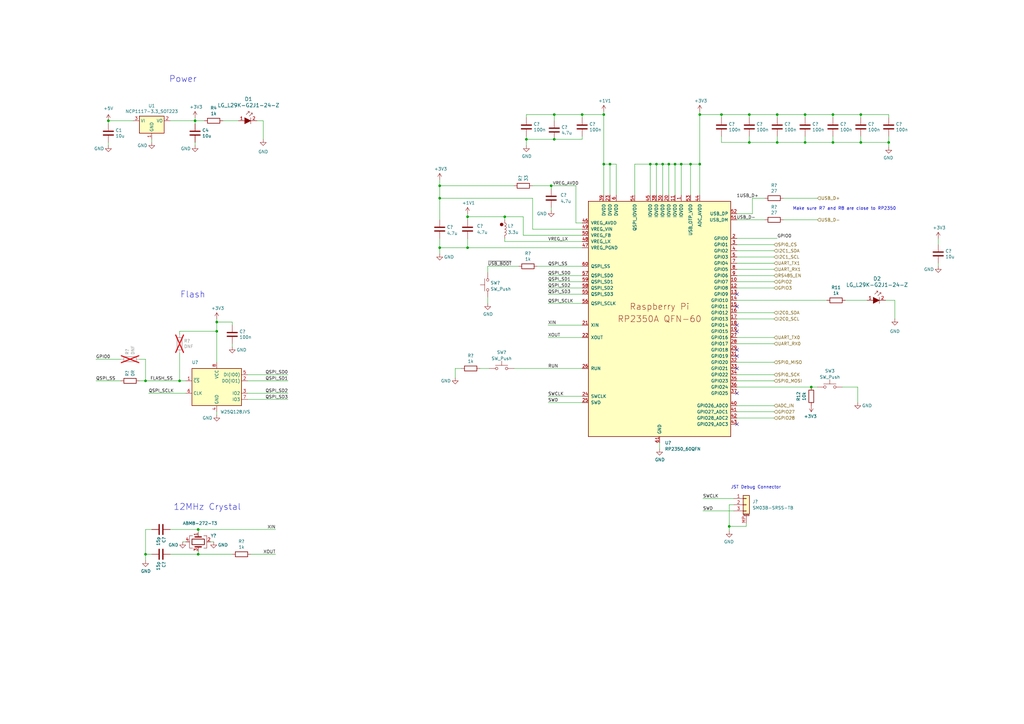
<source format=kicad_sch>
(kicad_sch (version 20231120) (generator "eeschema") (generator_version "8.0")
  (paper "A3")
  (title_block (title "RP2350A QFN-60 ") (date "2024-11-19") (rev "REV1") (company "HİDRO ELEKTRONİK"))
  (lib_symbols
    (symbol "Connector_Generic_MountingPin:Conn_01x03_MountingPin" (pin_names (offset 1.016) hide)
      (property "Reference" "J" (at 0 5.08 0))
      (property "Value" "Conn_01x03_MountingPin" (at 1.27 -5.08 0))
      (symbol "Conn_01x03_MountingPin_1_1"
        (rectangle (start -1.27 -2.413) (end 0 -2.667) (stroke (width 0.1524)))
        (rectangle (start -1.27 0.127) (end 0 -0.127) (stroke (width 0.1524)))
        (rectangle (start -1.27 2.667) (end 0 2.413) (stroke (width 0.1524)))
        (rectangle (start -1.27 3.81) (end 1.27 -3.81) (stroke (width 0.254)) (fill (type background)))
        (polyline (pts (xy -1.016 -4.572) (xy 1.016 -4.572)) (stroke (width 0.1524)))
        (text "Mounting" (at 0 -4.191 0) (effects (font (size 0.381 0.381))))
        (pin passive line (at -5.08 2.54 0) (length 3.81) (name "Pin_1") (number "1"))
        (pin passive line (at -5.08 0 0) (length 3.81) (name "Pin_2") (number "2"))
        (pin passive line (at -5.08 -2.54 0) (length 3.81) (name "Pin_3") (number "3"))
        (pin passive line (at 0 -7.62 90) (length 3.048) (name "MountPin") (number "MP"))
      )
    )
    (symbol "Device:C" (pin_numbers hide) (pin_names (offset 0.254))
      (property "Reference" "C" (at 0.635 2.54 0))
      (property "Value" "C" (at 0.635 -2.54 0))
      (symbol "C_0_1"
        (polyline (pts (xy -2.032 -0.762) (xy 2.032 -0.762)) (stroke (width 0.508)))
        (polyline (pts (xy -2.032 0.762) (xy 2.032 0.762)) (stroke (width 0.508)))
      )
      (symbol "C_1_1"
        (pin passive line (at 0 3.81 270) (length 2.794) (name "~") (number "1"))
        (pin passive line (at 0 -3.81 90) (length 2.794) (name "~") (number "2"))
      )
    )
    (symbol "Device:Crystal_GND24" (pin_names (offset 1.016) hide)
      (property "Reference" "Y" (at 3.175 5.08 0))
      (property "Value" "Crystal_GND24" (at 3.175 3.175 0))
      (symbol "Crystal_GND24_0_1"
        (rectangle (start -1.143 2.54) (end 1.143 -2.54) (stroke (width 0.3048)))
        (polyline (pts (xy -2.54 0) (xy -2.032 0)))
        (polyline (pts (xy -2.032 -1.27) (xy -2.032 1.27)) (stroke (width 0.508)))
        (polyline (pts (xy 0 -3.81) (xy 0 -3.556)))
        (polyline (pts (xy 0 3.556) (xy 0 3.81)))
        (polyline (pts (xy 2.032 -1.27) (xy 2.032 1.27)) (stroke (width 0.508)))
        (polyline (pts (xy 2.032 0) (xy 2.54 0)))
        (polyline (pts (xy -2.54 -2.286) (xy -2.54 -3.556) (xy 2.54 -3.556) (xy 2.54 -2.286)))
        (polyline (pts (xy -2.54 2.286) (xy -2.54 3.556) (xy 2.54 3.556) (xy 2.54 2.286)))
      )
      (symbol "Crystal_GND24_1_1"
        (pin passive line (at -3.81 0 0) (length 1.27) (name "1") (number "1"))
        (pin passive line (at 0 5.08 270) (length 1.27) (name "2") (number "2"))
        (pin passive line (at 3.81 0 180) (length 1.27) (name "3") (number "3"))
        (pin passive line (at 0 -5.08 90) (length 1.27) (name "4") (number "4"))
      )
    )
    (symbol "Device:L" (pin_numbers hide) (pin_names (offset 1.016) hide)
      (property "Reference" "L" (at -1.27 0 90))
      (property "Value" "L" (at 1.905 0 90))
      (symbol "L_0_1"
        (arc (start 0 -2.54) (mid 0.6323 -1.905) (end 0 -1.27))
        (arc (start 0 -1.27) (mid 0.6323 -0.635) (end 0 0))
        (arc (start 0 0) (mid 0.6323 0.635) (end 0 1.27))
        (arc (start 0 1.27) (mid 0.6323 1.905) (end 0 2.54))
      )
      (symbol "L_1_1"
        (pin passive line (at 0 3.81 270) (length 1.27) (name "1") (number "1"))
        (pin passive line (at 0 -3.81 90) (length 1.27) (name "2") (number "2"))
      )
    )
    (symbol "Device:R" (pin_numbers hide) (pin_names (offset 0))
      (property "Reference" "R" (at 2.032 0 90))
      (property "Value" "R" (at 0 0 90))
      (symbol "R_0_1"
        (rectangle (start -1.016 -2.54) (end 1.016 2.54) (stroke (width 0.254)))
      )
      (symbol "R_1_1"
        (pin passive line (at 0 3.81 270) (length 1.27) (name "~") (number "1"))
        (pin passive line (at 0 -3.81 90) (length 1.27) (name "~") (number "2"))
      )
    )
    (symbol "GND_2" (power) (pin_numbers hide) (pin_names (offset 0) hide)
      (property "Value" "GND" (at 0 -3.81 0))
      (symbol "GND_2_0_1"
        (polyline (pts (xy 0 0) (xy 0 -1.27) (xy 1.27 -1.27) (xy 0 -2.54) (xy -1.27 -1.27) (xy 0 -1.27)))
      )
      (symbol "GND_2_1_1"
        (pin power_in line (at 0 0 270) (length 0) (name "~") (number "1"))
      )
    )
    (symbol "MCU_RaspberryPi_RP2350:RP2350_60QFN" (pin_names (offset 1.016))
      (property "Reference" "U" (at -29.21 49.53 0))
      (property "Value" "RP2350_60QFN" (at 24.13 -49.53 0))
      (symbol "RP2350_60QFN_0_0"
        (text "Raspberry Pi" (at 0 5.08 0) (effects (font (size 2.54 2.54))))
      )
      (symbol "RP2350_60QFN_0_1"
        (rectangle (start 29.21 48.26) (end -29.21 -48.26) (stroke (width 0.254)) (fill (type background)))
      )
      (symbol "RP2350_60QFN_1_0"
        (text "RP2350A QFN-60" (at 0 0 0) (effects (font (size 2.54 2.54))))
      )
      (symbol "RP2350_60QFN_1_1"
        (pin power_in line (at 8.89 50.8 270) (length 2.54) (name "IOVDD") (number "1"))
        (pin bidirectional line (at 31.75 15.24 180) (length 2.54) (name "GPIO7") (number "10"))
        (pin power_in line (at 6.35 50.8 270) (length 2.54) (name "IOVDD") (number "11"))
        (pin bidirectional line (at 31.75 12.7 180) (length 2.54) (name "GPIO8") (number "12"))
        (pin bidirectional line (at 31.75 10.16 180) (length 2.54) (name "GPIO9") (number "13"))
        (pin bidirectional line (at 31.75 7.62 180) (length 2.54) (name "GPIO10") (number "14"))
        (pin bidirectional line (at 31.75 5.08 180) (length 2.54) (name "GPIO11") (number "15"))
        (pin bidirectional line (at 31.75 2.54 180) (length 2.54) (name "GPIO12") (number "16"))
        (pin bidirectional line (at 31.75 0 180) (length 2.54) (name "GPIO13") (number "17"))
        (pin bidirectional line (at 31.75 -2.54 180) (length 2.54) (name "GPIO14") (number "18"))
        (pin bidirectional line (at 31.75 -5.08 180) (length 2.54) (name "GPIO15") (number "19"))
        (pin bidirectional line (at 31.75 33.02 180) (length 2.54) (name "GPIO0") (number "2"))
        (pin power_in line (at 3.81 50.8 270) (length 2.54) (name "IOVDD") (number "20"))
        (pin input line (at -31.75 -2.54 0) (length 2.54) (name "XIN") (number "21"))
        (pin passive line (at -31.75 -7.62 0) (length 2.54) (name "XOUT") (number "22"))
        (pin power_in line (at -20.32 50.8 270) (length 2.54) (name "DVDD") (number "23"))
        (pin output line (at -31.75 -31.75 0) (length 2.54) (name "SWCLK") (number "24"))
        (pin bidirectional line (at -31.75 -34.29 0) (length 2.54) (name "SWD") (number "25"))
        (pin input line (at -31.75 -20.32 0) (length 2.54) (name "RUN") (number "26"))
        (pin bidirectional line (at 31.75 -7.62 180) (length 2.54) (name "GPIO16") (number "27"))
        (pin bidirectional line (at 31.75 -10.16 180) (length 2.54) (name "GPIO17") (number "28"))
        (pin bidirectional line (at 31.75 -12.7 180) (length 2.54) (name "GPIO18") (number "29"))
        (pin bidirectional line (at 31.75 30.48 180) (length 2.54) (name "GPIO1") (number "3"))
        (pin power_in line (at 1.27 50.8 270) (length 2.54) (name "IOVDD") (number "30"))
        (pin bidirectional line (at 31.75 -15.24 180) (length 2.54) (name "GPIO19") (number "31"))
        (pin bidirectional line (at 31.75 -17.78 180) (length 2.54) (name "GPIO20") (number "32"))
        (pin bidirectional line (at 31.75 -20.32 180) (length 2.54) (name "GPIO21") (number "33"))
        (pin bidirectional line (at 31.75 -22.86 180) (length 2.54) (name "GPIO22") (number "34"))
        (pin bidirectional line (at 31.75 -25.4 180) (length 2.54) (name "GPIO23") (number "35"))
        (pin bidirectional line (at 31.75 -27.94 180) (length 2.54) (name "GPIO24") (number "36"))
        (pin bidirectional line (at 31.75 -30.48 180) (length 2.54) (name "GPIO25") (number "37"))
        (pin power_in line (at -1.27 50.8 270) (length 2.54) (name "IOVDD") (number "38"))
        (pin power_in line (at -22.86 50.8 270) (length 2.54) (name "DVDD") (number "39"))
        (pin bidirectional line (at 31.75 27.94 180) (length 2.54) (name "GPIO2") (number "4"))
        (pin bidirectional line (at 31.75 -35.56 180) (length 2.54) (name "GPIO26_ADC0") (number "40"))
        (pin bidirectional line (at 31.75 -38.1 180) (length 2.54) (name "GPIO27_ADC1") (number "41"))
        (pin bidirectional line (at 31.75 -40.64 180) (length 2.54) (name "GPIO28_ADC2") (number "42"))
        (pin bidirectional line (at 31.75 -43.18 180) (length 2.54) (name "GPIO29_ADC3") (number "43"))
        (pin power_in line (at 16.51 50.8 270) (length 2.54) (name "ADC_AVDD") (number "44"))
        (pin power_in line (at -3.81 50.8 270) (length 2.54) (name "IOVDD") (number "45"))
        (pin power_in line (at -31.75 39.37 0) (length 2.54) (name "VREG_AVDD") (number "46"))
        (pin power_in line (at -31.75 29.21 0) (length 2.54) (name "VREG_PGND") (number "47"))
        (pin power_out line (at -31.75 31.75 0) (length 2.54) (name "VREG_LX") (number "48"))
        (pin power_in line (at -31.75 36.83 0) (length 2.54) (name "VREG_VIN") (number "49"))
        (pin bidirectional line (at 31.75 25.4 180) (length 2.54) (name "GPIO3") (number "5"))
        (pin input line (at -31.75 34.29 0) (length 2.54) (name "VREG_FB") (number "50"))
        (pin bidirectional line (at 31.75 40.64 180) (length 2.54) (name "USB_DM") (number "51"))
        (pin bidirectional line (at 31.75 43.18 180) (length 2.54) (name "USB_DP") (number "52"))
        (pin power_in line (at 12.7 50.8 270) (length 2.54) (name "USB_OTP_VDD") (number "53"))
        (pin power_in line (at -10.16 50.8 270) (length 2.54) (name "QSPI_IOVDD") (number "54"))
        (pin bidirectional line (at -31.75 10.16 0) (length 2.54) (name "QSPI_SD3") (number "55"))
        (pin output line (at -31.75 6.35 0) (length 2.54) (name "QSPI_SCLK") (number "56"))
        (pin bidirectional line (at -31.75 17.78 0) (length 2.54) (name "QSPI_SD0") (number "57"))
        (pin bidirectional line (at -31.75 12.7 0) (length 2.54) (name "QSPI_SD2") (number "58"))
        (pin bidirectional line (at -31.75 15.24 0) (length 2.54) (name "QSPI_SD1") (number "59"))
        (pin power_in line (at -17.78 50.8 270) (length 2.54) (name "DVDD") (number "6"))
        (pin bidirectional line (at -31.75 21.59 0) (length 2.54) (name "QSPI_SS") (number "60"))
        (pin power_in line (at 0 -50.8 90) (length 2.54) (name "GND") (number "61"))
        (pin bidirectional line (at 31.75 22.86 180) (length 2.54) (name "GPIO4") (number "7"))
        (pin bidirectional line (at 31.75 20.32 180) (length 2.54) (name "GPIO5") (number "8"))
        (pin bidirectional line (at 31.75 17.78 180) (length 2.54) (name "GPIO6") (number "9"))
      )
    )
    (symbol "Memory_Flash:W25Q128JVS"
      (property "Reference" "U" (at -8.89 8.89 0))
      (property "Value" "W25Q128JVS" (at 7.62 8.89 0))
      (symbol "W25Q128JVS_0_1"
        (rectangle (start -10.16 7.62) (end 10.16 -7.62) (stroke (width 0.254)) (fill (type background)))
      )
      (symbol "W25Q128JVS_1_1"
        (pin input line (at -12.7 2.54 0) (length 2.54) (name "~{CS}") (number "1"))
        (pin bidirectional line (at 12.7 2.54 180) (length 2.54) (name "DO(IO1)") (number "2"))
        (pin bidirectional line (at 12.7 -2.54 180) (length 2.54) (name "IO2") (number "3"))
        (pin power_in line (at 0 -10.16 90) (length 2.54) (name "GND") (number "4"))
        (pin bidirectional line (at 12.7 5.08 180) (length 2.54) (name "DI(IO0)") (number "5"))
        (pin input line (at -12.7 -2.54 0) (length 2.54) (name "CLK") (number "6"))
        (pin bidirectional line (at 12.7 -5.08 180) (length 2.54) (name "IO3") (number "7"))
        (pin power_in line (at 0 10.16 270) (length 2.54) (name "VCC") (number "8"))
      )
    )
    (symbol "Regulator_Linear:NCP1117-3.3_SOT223"
      (property "Reference" "U" (at -3.81 3.175 0))
      (property "Value" "NCP1117-3.3_SOT223" (at 0 3.175 0))
      (symbol "NCP1117-3.3_SOT223_0_1"
        (rectangle (start -5.08 -5.08) (end 5.08 1.905) (stroke (width 0.254)) (fill (type background)))
      )
      (symbol "NCP1117-3.3_SOT223_1_1"
        (pin power_in line (at 0 -7.62 90) (length 2.54) (name "GND") (number "1"))
        (pin power_out line (at 7.62 0 180) (length 2.54) (name "VO") (number "2"))
        (pin power_in line (at -7.62 0 0) (length 2.54) (name "VI") (number "3"))
      )
    )
    (symbol "Switch:SW_Push" (pin_numbers hide) (pin_names (offset 1.016) hide)
      (property "Reference" "SW" (at 1.27 2.54 0))
      (property "Value" "SW_Push" (at 0 -1.524 0))
      (symbol "SW_Push_0_1"
        (circle (center -2.032 0) (radius 0.508))
        (polyline (pts (xy 0 1.27) (xy 0 3.048)))
        (polyline (pts (xy 2.54 1.27) (xy -2.54 1.27)))
        (circle (center 2.032 0) (radius 0.508))
        (pin passive line (at -5.08 0 0) (length 2.54) (name "1") (number "1"))
        (pin passive line (at 5.08 0 180) (length 2.54) (name "2") (number "2"))
      )
    )
    (symbol "dk_LED-Indication-Discrete:LG_L29K-G2J1-24-Z" (pin_names (offset 0))
      (property "Reference" "D" (at -5.08 3.81 0))
      (property "Value" "LG_L29K-G2J1-24-Z" (at 0 -3.81 0))
      (symbol "LG_L29K-G2J1-24-Z_0_1"
        (polyline (pts (xy -0.635 3.81) (xy -1.905 2.54)))
        (polyline (pts (xy 0 1.27) (xy 0 -1.27)))
        (polyline (pts (xy 0.635 3.175) (xy -0.635 1.905)))
        (polyline (pts (xy -1.27 3.81) (xy -0.635 3.81) (xy -0.635 3.175)))
        (polyline (pts (xy 0 3.175) (xy 0.635 3.175) (xy 0.635 2.54)))
        (polyline (pts (xy -2.54 1.27) (xy -2.54 -1.27) (xy 0 0) (xy -2.54 1.27)) (fill (type outline)))
      )
      (symbol "LG_L29K-G2J1-24-Z_1_1"
        (pin passive line (at -5.08 0 0) (length 2.54) (name "~") (number "1"))
        (pin passive line (at 2.54 0 180) (length 2.54) (name "~") (number "2"))
      )
    )
    (symbol "power:+1V1" (power) (pin_names (offset 0))
      (property "Value" "+1V1" (at 0 3.556 0))
      (symbol "+1V1_0_1"
        (polyline (pts (xy -0.762 1.27) (xy 0 2.54)))
        (polyline (pts (xy 0 0) (xy 0 2.54)))
        (polyline (pts (xy 0 2.54) (xy 0.762 1.27)))
      )
      (symbol "+1V1_1_1"
        (pin power_in line (at 0 0 90) (length 0) hide (name "+1V1") (number "1"))
      )
    )
    (symbol "power:+3V3" (power) (pin_names (offset 0))
      (property "Value" "+3V3" (at 0 3.556 0))
      (symbol "+3V3_0_1"
        (polyline (pts (xy -0.762 1.27) (xy 0 2.54)))
        (polyline (pts (xy 0 0) (xy 0 2.54)))
        (polyline (pts (xy 0 2.54) (xy 0.762 1.27)))
      )
      (symbol "+3V3_1_1"
        (pin power_in line (at 0 0 90) (length 0) hide (name "+3V3") (number "1"))
      )
    )
    (symbol "power:+5V" (power) (pin_numbers hide) (pin_names (offset 0) hide)
      (property "Value" "+5V" (at 0 3.556 0))
      (symbol "+5V_0_1"
        (polyline (pts (xy -0.762 1.27) (xy 0 2.54)))
        (polyline (pts (xy 0 0) (xy 0 2.54)))
        (polyline (pts (xy 0 2.54) (xy 0.762 1.27)))
      )
      (symbol "+5V_1_1"
        (pin power_in line (at 0 0 90) (length 0) (name "~") (number "1"))
      )
    )
    (symbol "power:GND" (power) (pin_names (offset 0))
      (property "Value" "GND" (at 0 -3.81 0))
      (symbol "GND_0_1"
        (polyline (pts (xy 0 0) (xy 0 -1.27) (xy 1.27 -1.27) (xy 0 -2.54) (xy -1.27 -1.27) (xy 0 -1.27)))
      )
      (symbol "GND_1_1"
        (pin power_in line (at 0 0 270) (length 0) hide (name "GND") (number "1"))
      )
    )
  )
  (junction (at 299.085 215.9))
  (junction (at 330.2 46.99))
  (junction (at 226.06 76.2))
  (junction (at 191.77 88.9))
  (junction (at 266.7 67.31))
  (junction (at 353.06 58.42))
  (junction (at 247.65 67.31))
  (junction (at 80.01 49.53))
  (junction (at 227.33 57.15))
  (junction (at 287.02 46.99))
  (junction (at 332.74 158.75))
  (junction (at 269.24 67.31))
  (junction (at 81.28 217.17))
  (junction (at 207.01 88.9))
  (junction (at 191.77 101.6))
  (junction (at 295.91 46.99))
  (junction (at 283.21 67.31))
  (junction (at 59.69 227.33))
  (junction (at 227.33 46.99))
  (junction (at 279.4 67.31))
  (junction (at 341.63 58.42))
  (junction (at 364.49 58.42))
  (junction (at 318.77 58.42))
  (junction (at 276.86 67.31))
  (junction (at 88.9 132.08))
  (junction (at 271.78 67.31))
  (junction (at 247.65 46.99))
  (junction (at 88.9 135.89))
  (junction (at 180.34 101.6))
  (junction (at 353.06 46.99))
  (junction (at 330.2 58.42))
  (junction (at 341.63 46.99))
  (junction (at 238.76 46.99))
  (junction (at 44.45 49.53))
  (junction (at 307.34 46.99))
  (junction (at 81.28 227.33))
  (junction (at 307.34 58.42))
  (junction (at 287.02 67.31))
  (junction (at 180.34 76.2))
  (junction (at 250.19 67.31))
  (junction (at 318.77 46.99))
  (junction (at 73.66 156.21))
  (junction (at 59.69 156.21))
  (junction (at 274.32 67.31))
  (junction (at 180.34 81.28))
  (junction (at 215.9 57.15))
  (no_connect (at 302.26 135.89))
  (no_connect (at 302.26 125.73))
  (no_connect (at 302.26 133.35))
  (no_connect (at 302.26 120.65))
  (no_connect (at 302.26 173.99))
  (no_connect (at 302.26 146.05))
  (no_connect (at 302.26 161.29))
  (no_connect (at 302.26 143.51))
  (no_connect (at 302.26 151.13))
  (wire (pts (xy 302.26 113.03) (xy 317.5 113.03)))
  (wire (pts (xy 226.06 86.36) (xy 226.06 85.09)))
  (wire (pts (xy 39.37 147.32) (xy 49.53 147.32)))
  (wire (pts (xy 218.44 81.28) (xy 218.44 93.98)))
  (wire (pts (xy 299.085 207.01) (xy 299.085 215.9)))
  (wire (pts (xy 227.33 46.99) (xy 238.76 46.99)))
  (wire (pts (xy 81.28 218.44) (xy 81.28 217.17)))
  (wire (pts (xy 307.34 48.26) (xy 307.34 46.99)))
  (wire (pts (xy 307.34 55.88) (xy 307.34 58.42)))
  (wire (pts (xy 236.22 76.2) (xy 236.22 91.44)))
  (wire (pts (xy 279.4 67.31) (xy 283.21 67.31)))
  (wire (pts (xy 318.77 97.79) (xy 302.26 97.79)))
  (wire (pts (xy 227.33 49.53) (xy 227.33 46.99)))
  (wire (pts (xy 238.76 124.46) (xy 224.79 124.46)))
  (wire (pts (xy 80.01 49.53) (xy 80.01 48.26)))
  (wire (pts (xy 227.33 57.15) (xy 238.76 57.15)))
  (wire (pts (xy 215.9 55.88) (xy 215.9 57.15)))
  (wire (pts (xy 226.06 76.2) (xy 236.22 76.2)))
  (wire (pts (xy 302.26 168.91) (xy 317.5 168.91)))
  (wire (pts (xy 318.77 48.26) (xy 318.77 46.99)))
  (wire (pts (xy 200.025 109.22) (xy 200.025 111.76)))
  (wire (pts (xy 238.76 162.56) (xy 224.79 162.56)))
  (wire (pts (xy 180.34 76.2) (xy 180.34 81.28)))
  (wire (pts (xy 236.22 91.44) (xy 238.76 91.44)))
  (wire (pts (xy 295.91 48.26) (xy 295.91 46.99)))
  (wire (pts (xy 81.28 227.33) (xy 95.25 227.33)))
  (wire (pts (xy 295.91 55.88) (xy 295.91 58.42)))
  (wire (pts (xy 180.34 81.28) (xy 218.44 81.28)))
  (wire (pts (xy 180.34 81.28) (xy 180.34 90.17)))
  (wire (pts (xy 59.69 227.33) (xy 59.69 229.87)))
  (wire (pts (xy 54.61 49.53) (xy 44.45 49.53)))
  (wire (pts (xy 271.78 80.01) (xy 271.78 67.31)))
  (wire (pts (xy 302.26 118.11) (xy 317.5 118.11)))
  (wire (pts (xy 260.35 80.01) (xy 260.35 67.31)))
  (wire (pts (xy 69.85 49.53) (xy 80.01 49.53)))
  (wire (pts (xy 60.96 161.29) (xy 76.2 161.29)))
  (wire (pts (xy 88.9 130.81) (xy 88.9 132.08)))
  (wire (pts (xy 59.69 217.17) (xy 59.69 227.33)))
  (wire (pts (xy 283.21 67.31) (xy 287.02 67.31)))
  (wire (pts (xy 330.2 46.99) (xy 341.63 46.99)))
  (wire (pts (xy 302.26 130.81) (xy 317.5 130.81)))
  (wire (pts (xy 62.23 217.17) (xy 59.69 217.17)))
  (wire (pts (xy 226.06 76.2) (xy 226.06 77.47)))
  (wire (pts (xy 341.63 58.42) (xy 330.2 58.42)))
  (wire (pts (xy 57.15 147.32) (xy 59.69 147.32)))
  (wire (pts (xy 274.32 67.31) (xy 276.86 67.31)))
  (wire (pts (xy 307.34 58.42) (xy 295.91 58.42)))
  (wire (pts (xy 341.63 55.88) (xy 341.63 58.42)))
  (wire (pts (xy 247.65 46.99) (xy 247.65 67.31)))
  (wire (pts (xy 269.24 67.31) (xy 271.78 67.31)))
  (wire (pts (xy 274.32 80.01) (xy 274.32 67.31)))
  (wire (pts (xy 73.66 135.89) (xy 88.9 135.89)))
  (wire (pts (xy 218.44 93.98) (xy 238.76 93.98)))
  (wire (pts (xy 302.26 115.57) (xy 317.5 115.57)))
  (wire (pts (xy 91.44 49.53) (xy 97.79 49.53)))
  (wire (pts (xy 83.82 49.53) (xy 80.01 49.53)))
  (wire (pts (xy 271.78 67.31) (xy 274.32 67.31)))
  (wire (pts (xy 180.34 73.66) (xy 180.34 76.2)))
  (wire (pts (xy 302.26 138.43) (xy 317.5 138.43)))
  (wire (pts (xy 180.34 101.6) (xy 191.77 101.6)))
  (wire (pts (xy 44.45 58.42) (xy 44.45 59.69)))
  (wire (pts (xy 189.23 151.13) (xy 186.69 151.13)))
  (wire (pts (xy 307.34 46.99) (xy 318.77 46.99)))
  (wire (pts (xy 73.66 137.16) (xy 73.66 135.89)))
  (wire (pts (xy 191.77 90.17) (xy 191.77 88.9)))
  (wire (pts (xy 302.26 148.59) (xy 317.5 148.59)))
  (wire (pts (xy 101.6 163.83) (xy 118.11 163.83)))
  (wire (pts (xy 238.76 109.22) (xy 220.345 109.22)))
  (wire (pts (xy 215.9 48.26) (xy 215.9 46.99)))
  (wire (pts (xy 180.34 97.79) (xy 180.34 101.6)))
  (wire (pts (xy 306.07 214.63) (xy 306.07 215.9)))
  (wire (pts (xy 238.76 96.52) (xy 214.63 96.52)))
  (wire (pts (xy 73.66 144.78) (xy 73.66 156.21)))
  (wire (pts (xy 88.9 168.91) (xy 88.9 170.18)))
  (wire (pts (xy 212.725 109.22) (xy 200.025 109.22)))
  (wire (pts (xy 288.29 209.55) (xy 300.99 209.55)))
  (wire (pts (xy 62.23 57.15) (xy 62.23 58.42)))
  (wire (pts (xy 321.31 90.17) (xy 335.28 90.17)))
  (wire (pts (xy 247.65 67.31) (xy 247.65 80.01)))
  (wire (pts (xy 73.66 156.21) (xy 76.2 156.21)))
  (wire (pts (xy 287.02 67.31) (xy 287.02 80.01)))
  (wire (pts (xy 191.77 87.63) (xy 191.77 88.9)))
  (wire (pts (xy 102.87 227.33) (xy 113.03 227.33)))
  (wire (pts (xy 69.85 227.33) (xy 81.28 227.33)))
  (wire (pts (xy 191.77 101.6) (xy 238.76 101.6)))
  (wire (pts (xy 180.34 101.6) (xy 180.34 104.14)))
  (wire (pts (xy 62.23 227.33) (xy 59.69 227.33)))
  (wire (pts (xy 180.34 76.2) (xy 210.82 76.2)))
  (wire (pts (xy 88.9 135.89) (xy 88.9 148.59)))
  (wire (pts (xy 215.9 57.15) (xy 215.9 59.69)))
  (wire (pts (xy 276.86 67.31) (xy 279.4 67.31)))
  (wire (pts (xy 39.37 156.21) (xy 49.53 156.21)))
  (wire (pts (xy 341.63 46.99) (xy 353.06 46.99)))
  (wire (pts (xy 88.9 132.08) (xy 88.9 135.89)))
  (wire (pts (xy 364.49 55.88) (xy 364.49 58.42)))
  (wire (pts (xy 302.26 102.87) (xy 317.5 102.87)))
  (wire (pts (xy 57.15 156.21) (xy 59.69 156.21)))
  (wire (pts (xy 101.6 161.29) (xy 118.11 161.29)))
  (wire (pts (xy 224.79 133.35) (xy 238.76 133.35)))
  (wire (pts (xy 270.51 181.61) (xy 270.51 184.15)))
  (wire (pts (xy 302.26 100.33) (xy 317.5 100.33)))
  (wire (pts (xy 224.79 118.11) (xy 238.76 118.11)))
  (wire (pts (xy 74.93 222.25) (xy 76.2 222.25)))
  (wire (pts (xy 252.73 67.31) (xy 252.73 80.01)))
  (wire (pts (xy 266.7 80.01) (xy 266.7 67.31)))
  (wire (pts (xy 215.9 46.99) (xy 227.33 46.99)))
  (wire (pts (xy 107.95 49.53) (xy 107.95 57.15)))
  (wire (pts (xy 214.63 96.52) (xy 214.63 88.9)))
  (wire (pts (xy 95.25 132.08) (xy 88.9 132.08)))
  (wire (pts (xy 353.06 48.26) (xy 353.06 46.99)))
  (wire (pts (xy 224.79 113.03) (xy 238.76 113.03)))
  (wire (pts (xy 308.61 81.28) (xy 308.61 87.63)))
  (wire (pts (xy 330.2 55.88) (xy 330.2 58.42)))
  (wire (pts (xy 287.02 45.72) (xy 287.02 46.99)))
  (wire (pts (xy 330.2 48.26) (xy 330.2 46.99)))
  (wire (pts (xy 218.44 76.2) (xy 226.06 76.2)))
  (wire (pts (xy 224.79 115.57) (xy 238.76 115.57)))
  (wire (pts (xy 224.79 120.65) (xy 238.76 120.65)))
  (wire (pts (xy 345.44 158.75) (xy 351.79 158.75)))
  (wire (pts (xy 302.26 156.21) (xy 317.5 156.21)))
  (wire (pts (xy 341.63 48.26) (xy 341.63 46.99)))
  (wire (pts (xy 363.22 123.19) (xy 367.03 123.19)))
  (wire (pts (xy 196.85 151.13) (xy 200.66 151.13)))
  (wire (pts (xy 200.025 121.92) (xy 200.025 124.46)))
  (wire (pts (xy 353.06 58.42) (xy 341.63 58.42)))
  (wire (pts (xy 95.25 133.35) (xy 95.25 132.08)))
  (wire (pts (xy 44.45 50.8) (xy 44.45 49.53)))
  (wire (pts (xy 384.81 97.79) (xy 384.81 100.33)))
  (wire (pts (xy 238.76 46.99) (xy 247.65 46.99)))
  (wire (pts (xy 318.77 46.99) (xy 330.2 46.99)))
  (wire (pts (xy 330.2 58.42) (xy 318.77 58.42)))
  (wire (pts (xy 287.02 46.99) (xy 295.91 46.99)))
  (wire (pts (xy 207.01 99.06) (xy 238.76 99.06)))
  (wire (pts (xy 191.77 97.79) (xy 191.77 101.6)))
  (wire (pts (xy 351.79 158.75) (xy 351.79 165.1)))
  (wire (pts (xy 191.77 88.9) (xy 207.01 88.9)))
  (wire (pts (xy 318.77 55.88) (xy 318.77 58.42)))
  (wire (pts (xy 238.76 165.1) (xy 224.79 165.1)))
  (wire (pts (xy 302.26 171.45) (xy 317.5 171.45)))
  (wire (pts (xy 308.61 81.28) (xy 313.69 81.28)))
  (wire (pts (xy 250.19 67.31) (xy 252.73 67.31)))
  (wire (pts (xy 86.36 222.25) (xy 87.63 222.25)))
  (wire (pts (xy 302.26 105.41) (xy 317.5 105.41)))
  (wire (pts (xy 269.24 80.01) (xy 269.24 67.31)))
  (wire (pts (xy 299.085 215.9) (xy 306.07 215.9)))
  (wire (pts (xy 367.03 123.19) (xy 367.03 130.81)))
  (wire (pts (xy 302.26 128.27) (xy 317.5 128.27)))
  (wire (pts (xy 321.31 81.28) (xy 335.28 81.28)))
  (wire (pts (xy 283.21 80.01) (xy 283.21 67.31)))
  (wire (pts (xy 302.26 140.97) (xy 317.5 140.97)))
  (wire (pts (xy 247.65 45.72) (xy 247.65 46.99)))
  (wire (pts (xy 288.29 204.47) (xy 300.99 204.47)))
  (wire (pts (xy 353.06 58.42) (xy 364.49 58.42)))
  (wire (pts (xy 364.49 58.42) (xy 364.49 60.325)))
  (wire (pts (xy 207.01 99.06) (xy 207.01 97.79)))
  (wire (pts (xy 59.69 147.32) (xy 59.69 156.21)))
  (wire (pts (xy 302.26 166.37) (xy 317.5 166.37)))
  (wire (pts (xy 353.06 46.99) (xy 364.49 46.99)))
  (wire (pts (xy 266.7 67.31) (xy 269.24 67.31)))
  (wire (pts (xy 276.86 80.01) (xy 276.86 67.31)))
  (wire (pts (xy 302.26 153.67) (xy 317.5 153.67)))
  (wire (pts (xy 207.01 88.9) (xy 207.01 90.17)))
  (wire (pts (xy 332.74 158.75) (xy 335.28 158.75)))
  (wire (pts (xy 346.71 123.19) (xy 355.6 123.19)))
  (wire (pts (xy 59.69 156.21) (xy 73.66 156.21)))
  (wire (pts (xy 238.76 48.26) (xy 238.76 46.99)))
  (wire (pts (xy 302.26 87.63) (xy 308.61 87.63)))
  (wire (pts (xy 80.01 50.8) (xy 80.01 49.53)))
  (wire (pts (xy 318.77 58.42) (xy 307.34 58.42)))
  (wire (pts (xy 215.9 57.15) (xy 227.33 57.15)))
  (wire (pts (xy 260.35 67.31) (xy 266.7 67.31)))
  (wire (pts (xy 250.19 67.31) (xy 247.65 67.31)))
  (wire (pts (xy 279.4 67.31) (xy 279.4 80.01)))
  (wire (pts (xy 300.99 207.01) (xy 299.085 207.01)))
  (wire (pts (xy 81.28 217.17) (xy 113.03 217.17)))
  (wire (pts (xy 302.26 123.19) (xy 339.09 123.19)))
  (wire (pts (xy 302.26 90.17) (xy 313.69 90.17)))
  (wire (pts (xy 214.63 88.9) (xy 207.01 88.9)))
  (wire (pts (xy 186.69 151.13) (xy 186.69 154.94)))
  (wire (pts (xy 81.28 226.06) (xy 81.28 227.33)))
  (wire (pts (xy 302.26 110.49) (xy 317.5 110.49)))
  (wire (pts (xy 287.02 46.99) (xy 287.02 67.31)))
  (wire (pts (xy 105.41 49.53) (xy 107.95 49.53)))
  (wire (pts (xy 302.26 107.95) (xy 317.5 107.95)))
  (wire (pts (xy 384.81 107.95) (xy 384.81 109.22)))
  (wire (pts (xy 101.6 153.67) (xy 118.11 153.67)))
  (wire (pts (xy 295.91 46.99) (xy 307.34 46.99)))
  (wire (pts (xy 238.76 138.43) (xy 224.79 138.43)))
  (wire (pts (xy 299.085 215.9) (xy 299.085 217.805)))
  (wire (pts (xy 364.49 48.26) (xy 364.49 46.99)))
  (wire (pts (xy 69.85 217.17) (xy 81.28 217.17)))
  (wire (pts (xy 101.6 156.21) (xy 118.11 156.21)))
  (wire (pts (xy 238.76 57.15) (xy 238.76 55.88)))
  (wire (pts (xy 250.19 80.01) (xy 250.19 67.31)))
  (wire (pts (xy 210.82 151.13) (xy 238.76 151.13)))
  (wire (pts (xy 353.06 55.88) (xy 353.06 58.42)))
  (wire (pts (xy 95.25 140.97) (xy 95.25 142.24)))
  (wire (pts (xy 80.01 58.42) (xy 80.01 59.69)))
  (wire (pts (xy 302.26 158.75) (xy 332.74 158.75)))
  (circle (center 205.74 92.075) (radius 0.635) (stroke (width 0) (color 132 0 0 1)) (fill (type color) (color 132 0 0 1)))
  (text "JST Debug Connector" (at 299.72 200.66 0) (effects (font (size 1.27 1.27)) (justify left bottom)))
  (text "Flash" (at 73.914 122.428 0) (effects (font (size 2.54 2.54)) (justify left bottom)))
  (text "Power" (at 69.342 34.036 0) (effects (font (size 2.54 2.54)) (justify left bottom)))
  (text "Make sure R7 and R8 are close to RP2350\n" (at 325.12 86.36 0) (effects (font (size 1.27 1.27)) (justify left bottom)))
  (text "12MHz Crystal" (at 71.12 209.55 0) (effects (font (size 2.54 2.54)) (justify left bottom)))
  (label "XIN" (at 224.79 133.35 0))
  (label "QSPI_SS" (at 39.37 156.21 0))
  (label "1USB_D-" (at 309.88 90.17 180))
  (label "1USB_D+" (at 311.15 81.28 180))
  (label "XOUT" (at 224.79 138.43 0))
  (label "GPIO0" (at 39.37 147.32 0))
  (label "QSPI_SD2" (at 118.11 161.29 180))
  (label "FLASH_SS" (at 61.595 156.21 0))
  (label "RUN" (at 224.79 151.13 0))
  (label "QSPI_SD0" (at 224.79 113.03 0))
  (label "QSPI_SD0" (at 118.11 153.67 180))
  (label "QSPI_SS" (at 224.79 109.22 0))
  (label "SWCLK" (at 224.79 162.56 0))
  (label "SWCLK" (at 288.29 204.47 0))
  (label "QSPI_SD3" (at 118.11 163.83 180))
  (label "XOUT" (at 113.03 227.33 180))
  (label "QSPI_SD2" (at 224.79 118.11 0))
  (label "~{USB_BOOT}" (at 200.025 109.22 0))
  (label "XIN" (at 113.03 217.17 180))
  (label "VREG_AVDD" (at 226.695 76.2 0))
  (label "GPIO0" (at 318.77 97.79 0))
  (label "QSPI_SD1" (at 224.79 115.57 0))
  (label "QSPI_SCLK" (at 224.79 124.46 0))
  (label "QSPI_SCLK" (at 60.96 161.29 0))
  (label "SWD" (at 288.29 209.55 0))
  (label "QSPI_SD1" (at 118.11 156.21 180))
  (label "VREG_LX" (at 224.79 99.06 0))
  (label "SWD" (at 224.79 165.1 0))
  (label "QSPI_SD3" (at 224.79 120.65 0))
  (hierarchical_label "GPIO2" (shape input) (at 317.5 115.57 0))
  (hierarchical_label "GPIO3" (shape input) (at 317.5 118.11 0))
  (hierarchical_label "I2C0_SDA" (shape input) (at 317.5 128.27 0))
  (hierarchical_label "SPI0_SCK" (shape input) (at 317.5 153.67 0))
  (hierarchical_label "UART_TX1" (shape input) (at 317.5 107.95 0))
  (hierarchical_label "USB_D-" (shape input) (at 335.28 90.17 0))
  (hierarchical_label "SPI0_CS" (shape input) (at 317.5 100.33 0))
  (hierarchical_label "SPI0_MOSI" (shape input) (at 317.5 156.21 0))
  (hierarchical_label "UART_RX0" (shape input) (at 317.5 140.97 0))
  (hierarchical_label "RS485_EN" (shape input) (at 317.5 113.03 0))
  (hierarchical_label "I2C0_SCL" (shape input) (at 317.5 130.81 0))
  (hierarchical_label "GPIO27" (shape input) (at 317.5 168.91 0))
  (hierarchical_label "GPIO28" (shape input) (at 317.5 171.45 0))
  (hierarchical_label "I2C1_SCL" (shape input) (at 317.5 105.41 0))
  (hierarchical_label "I2C1_SDA" (shape input) (at 317.5 102.87 0))
  (hierarchical_label "SPI0_MISO" (shape input) (at 317.5 148.59 0))
  (hierarchical_label "ADC_IN" (shape input) (at 317.5 166.37 0))
  (hierarchical_label "USB_D+" (shape input) (at 335.28 81.28 0))
  (hierarchical_label "UART_RX1" (shape input) (at 317.5 110.49 0))
  (hierarchical_label "UART_TX0" (shape input) (at 317.5 138.43 0))
  (symbol (lib_id "Memory_Flash:W25Q128JVS") (at 88.9 158.75 0) (unit 1)
    (property "Reference" "U?" (at 80.01 148.59 0))
    (property "Value" "W25Q128JVS" (at 96.52 168.91 0))
    (property "Footprint" "Package_SO:SOIC-8_5.23x5.23mm_P1.27mm" (effects (hide yes)))
    (property "Datasheet" "http://www.winbond.com/resource-files/w25q128jv_dtr%20revc%2003272018%20plus.pdf" (effects (hide yes)))
    (property "DigiKey" "  W25Q128JVSIQ-ND" (effects (hide yes)))
  )
  (symbol (lib_id "power:+3V3") (at 88.9 130.81 0) (unit 1)
    (property "Reference" "#PWR?" (effects (hide yes)))
    (property "Value" "+3V3" (at 89.281 126.4158 0))
  )
  (symbol (lib_id "power:GND") (at 88.9 170.18 0) (unit 1)
    (property "Reference" "#PWR?" (effects (hide yes)))
    (property "Value" "GND" (at 85.09 171.45 0))
  )
  (symbol (lib_id "Device:R") (at 73.66 140.97 0) (unit 1) (dnp yes)
    (property "Reference" "R?" (at 75.438 139.8016 0) (effects (justify left)))
    (property "Value" "DNF" (at 75.438 142.113 0) (effects (justify left)))
    (property "Footprint" "Resistor_SMD:R_0402_1005Metric" (effects (hide yes)))
  )
  (symbol (lib_id "Device:C") (at 95.25 137.16 0) (unit 1)
    (property "Reference" "C?" (at 98.171 135.9916 0) (effects (justify left)))
    (property "Value" "100n" (at 98.171 138.303 0) (effects (justify left)))
    (property "Footprint" "Capacitor_SMD:C_0402_1005Metric" (effects (hide yes)))
    (property "DigiKey" "  3372-0402B104K500HITR-ND" (effects (hide yes)))
  )
  (symbol (lib_id "power:GND") (at 95.25 142.24 0) (unit 1)
    (property "Reference" "#PWR?" (effects (hide yes)))
    (property "Value" "GND" (at 99.06 143.51 0))
  )
  (symbol (lib_id "power:GND") (at 270.51 184.15 0) (unit 1)
    (property "Reference" "#PWR?" (effects (hide yes)))
    (property "Value" "GND" (at 270.637 188.5442 0))
  )
  (symbol (lib_id "Device:R") (at 317.5 81.28 270) (unit 1)
    (property "Reference" "R?" (at 317.5 76.0222 90))
    (property "Value" "27" (at 317.5 78.3336 90))
    (property "Footprint" "Resistor_SMD:R_0402_1005Metric" (effects (hide yes)))
    (property "DigiKey" "  A102751TR-ND" (effects (hide yes)))
  )
  (symbol (lib_id "Device:R") (at 317.5 90.17 270) (unit 1)
    (property "Reference" "R?" (at 317.5 84.9122 90))
    (property "Value" "27" (at 317.5 87.2236 90))
    (property "Footprint" "Resistor_SMD:R_0402_1005Metric" (effects (hide yes)))
    (property "DigiKey" "  A102751TR-ND" (effects (hide yes)))
  )
  (symbol (lib_id "power:+3V3") (at 287.02 45.72 0) (unit 1)
    (property "Reference" "#PWR?" (effects (hide yes)))
    (property "Value" "+3V3" (at 287.401 41.3258 0))
  )
  (symbol (lib_id "Device:C") (at 295.91 52.07 0) (unit 1)
    (property "Reference" "C?" (at 298.831 50.9016 0) (effects (justify left)))
    (property "Value" "100n" (at 298.831 53.213 0) (effects (justify left)))
    (property "Footprint" "Capacitor_SMD:C_0402_1005Metric" (effects (hide yes)))
    (property "DigiKey" "  3372-0402B104K500HITR-ND" (effects (hide yes)))
  )
  (symbol (lib_id "Device:C") (at 307.34 52.07 0) (unit 1)
    (property "Reference" "C?" (at 310.261 50.9016 0) (effects (justify left)))
    (property "Value" "100n" (at 310.261 53.213 0) (effects (justify left)))
    (property "Footprint" "Capacitor_SMD:C_0402_1005Metric" (effects (hide yes)))
    (property "DigiKey" "  3372-0402B104K500HITR-ND" (effects (hide yes)))
  )
  (symbol (lib_id "Device:C") (at 318.77 52.07 0) (unit 1)
    (property "Reference" "C?" (at 321.691 50.9016 0) (effects (justify left)))
    (property "Value" "100n" (at 321.691 53.213 0) (effects (justify left)))
    (property "Footprint" "Capacitor_SMD:C_0402_1005Metric" (effects (hide yes)))
    (property "DigiKey" "  3372-0402B104K500HITR-ND" (effects (hide yes)))
  )
  (symbol (lib_id "Device:C") (at 330.2 52.07 0) (unit 1)
    (property "Reference" "C?" (at 333.121 50.9016 0) (effects (justify left)))
    (property "Value" "100n" (at 333.121 53.213 0) (effects (justify left)))
    (property "Footprint" "Capacitor_SMD:C_0402_1005Metric" (effects (hide yes)))
    (property "DigiKey" "  3372-0402B104K500HITR-ND" (effects (hide yes)))
  )
  (symbol (lib_id "Device:C") (at 341.63 52.07 0) (unit 1)
    (property "Reference" "C?" (at 344.551 50.9016 0) (effects (justify left)))
    (property "Value" "100n" (at 344.551 53.213 0) (effects (justify left)))
    (property "Footprint" "Capacitor_SMD:C_0402_1005Metric" (effects (hide yes)))
    (property "DigiKey" "  3372-0402B104K500HITR-ND" (effects (hide yes)))
  )
  (symbol (lib_id "Device:C") (at 353.06 52.07 0) (unit 1)
    (property "Reference" "C?" (at 355.981 50.9016 0) (effects (justify left)))
    (property "Value" "100n" (at 355.981 53.213 0) (effects (justify left)))
    (property "Footprint" "Capacitor_SMD:C_0402_1005Metric" (effects (hide yes)))
    (property "DigiKey" "  3372-0402B104K500HITR-ND" (effects (hide yes)))
  )
  (symbol (lib_id "power:+3V3") (at 384.81 97.79 0) (unit 1)
    (property "Reference" "#PWR?" (effects (hide yes)))
    (property "Value" "+3V3" (at 385.191 93.3958 0))
  )
  (symbol (lib_id "Device:C") (at 384.81 104.14 0) (unit 1)
    (property "Reference" "C?" (at 387.731 102.9716 0) (effects (justify left)))
    (property "Value" "10u" (at 387.731 105.283 0) (effects (justify left)))
    (property "Footprint" "Capacitor_SMD:C_0402_1005Metric" (effects (hide yes)))
    (property "DigiKey" "  1276-1451-2-ND" (effects (hide yes)))
  )
  (symbol (lib_id "power:GND") (at 384.81 109.22 0) (unit 1)
    (property "Reference" "#PWR?" (effects (hide yes)))
    (property "Value" "GND" (at 381 110.49 0))
  )
  (symbol (lib_id "power:+5V") (at 44.45 49.53 0) (unit 1)
    (property "Reference" "#PWR05" (effects (hide yes)))
    (property "Value" "+5V" (at 44.45 44.45 0))
    (property "Description" "Power symbol creates a global label with name \"+5V\"" (effects (hide yes)))
  )
  (symbol (lib_id "power:+3V3") (at 180.34 73.66 0) (unit 1)
    (property "Reference" "#PWR?" (effects (hide yes)))
    (property "Value" "+3V3" (at 180.721 69.2658 0))
  )
  (symbol (lib_id "Device:C") (at 238.76 52.07 0) (unit 1)
    (property "Reference" "C?" (at 241.681 50.9016 0) (effects (justify left)))
    (property "Value" "100n" (at 241.681 53.213 0) (effects (justify left)))
    (property "Footprint" "Capacitor_SMD:C_0402_1005Metric" (effects (hide yes)))
    (property "DigiKey" "  3372-0402B104K500HITR-ND" (effects (hide yes)))
  )
  (symbol (lib_id "Device:R") (at 193.04 151.13 270) (unit 1)
    (property "Reference" "R?" (at 193.04 145.8722 90))
    (property "Value" "1k" (at 193.04 148.1836 90))
    (property "Footprint" "Resistor_SMD:R_0402_1005Metric" (effects (hide yes)))
    (property "DigiKey" "  311-1.0KJRTR-ND" (effects (hide yes)))
  )
  (symbol (lib_id "power:GND") (at 200.025 124.46 0) (unit 1)
    (property "Reference" "#PWR?" (effects (hide yes)))
    (property "Value" "GND" (at 200.152 128.8542 0))
  )
  (symbol (lib_id "power:GND") (at 226.06 86.36 0) (unit 1)
    (property "Reference" "#PWR?" (effects (hide yes)))
    (property "Value" "GND" (at 222.25 87.63 0))
  )
  (symbol (lib_id "MCU_RaspberryPi_RP2350:RP2350_60QFN") (at 270.51 130.81 0) (unit 1)
    (property "Reference" "U?" (at 272.7041 181.61 0) (effects (justify left)))
    (property "Value" "RP2350_60QFN" (at 272.7041 184.15 0) (effects (justify left)))
    (property "Footprint" "Package_DFN_QFN:QFN-60-1EP_7x7mm_P0.4mm_EP3.4x3.4mm_ThermalVias" (effects (hide yes)))
    (property "JLCPCB" "C9900136995" (effects (hide yes)))
  )
  (symbol (lib_id "Device:C") (at 44.45 54.61 0) (unit 1)
    (property "Reference" "C1" (at 47.371 53.4416 0) (effects (justify left)))
    (property "Value" "10u" (at 47.371 55.753 0) (effects (justify left)))
    (property "Footprint" "Capacitor_SMD:C_0402_1005Metric" (effects (hide yes)))
    (property "DigiKey" "  1276-1451-2-ND" (effects (hide yes)))
  )
  (symbol (lib_id "Device:C") (at 364.49 52.07 0) (unit 1)
    (property "Reference" "C?" (at 367.411 50.9016 0) (effects (justify left)))
    (property "Value" "100n" (at 367.411 53.213 0) (effects (justify left)))
    (property "Footprint" "Capacitor_SMD:C_0402_1005Metric" (effects (hide yes)))
    (property "DigiKey" "  3372-0402B104K500HITR-ND" (effects (hide yes)))
  )
  (symbol (lib_id "power:GND") (at 44.45 59.69 0) (unit 1)
    (property "Reference" "#PWR06" (effects (hide yes)))
    (property "Value" "GND" (at 40.64 60.96 0))
  )
  (symbol (lib_id "Device:C") (at 80.01 54.61 0) (unit 1)
    (property "Reference" "C4" (at 82.931 53.4416 0) (effects (justify left)))
    (property "Value" "10u" (at 82.931 55.753 0) (effects (justify left)))
    (property "Footprint" "Capacitor_SMD:C_0402_1005Metric" (effects (hide yes)))
    (property "DigiKey" "  1276-1451-2-ND" (effects (hide yes)))
  )
  (symbol (lib_id "power:GND") (at 59.69 229.87 0) (unit 1)
    (property "Reference" "#PWR?" (effects (hide yes)))
    (property "Value" "GND" (at 59.817 234.2642 0))
  )
  (symbol (lib_id "Switch:SW_Push") (at 205.74 151.13 0) (unit 1)
    (property "Reference" "SW?" (at 205.74 144.5092 0))
    (property "Value" "SW_Push" (at 205.74 147.0461 0))
    (property "Footprint" "Button_Switch_THT:SW_PUSH_6mm_H5mm" (effects (hide yes)))
    (property "DigiKey" "1825910-6 " (effects (hide yes)))
  )
  (symbol (lib_id "Device:R") (at 216.535 109.22 270) (unit 1)
    (property "Reference" "R?" (at 216.535 103.9622 90))
    (property "Value" "1k" (at 216.535 106.2736 90))
    (property "Footprint" "Resistor_SMD:R_0402_1005Metric" (effects (hide yes)))
    (property "DigiKey" "  311-1.0KJRTR-ND" (effects (hide yes)))
  )
  (symbol (lib_id "Device:R") (at 214.63 76.2 90) (unit 1)
    (property "Reference" "R?" (at 213.4616 74.422 0) (effects (justify left)))
    (property "Value" "33" (at 215.773 74.422 0) (effects (justify left)))
    (property "Footprint" "Resistor_SMD:R_0402_1005Metric" (effects (hide yes)))
    (property "DigiKey" "311-33.0LRTR-ND " (effects (hide yes)))
  )
  (symbol (lib_id "Device:R") (at 342.9 123.19 270) (unit 1)
    (property "Reference" "R11" (at 342.9 117.9322 90))
    (property "Value" "1k" (at 342.9 120.2436 90))
    (property "Footprint" "Resistor_SMD:R_0402_1005Metric" (effects (hide yes)))
    (property "DigiKey" "  311-1.0KJRTR-ND" (effects (hide yes)))
  )
  (symbol (lib_id "Device:C") (at 180.34 93.98 0) (unit 1)
    (property "Reference" "C?" (at 183.261 93.1453 0) (effects (justify left)))
    (property "Value" "4.7u" (at 183.261 95.6822 0) (effects (justify left)))
    (property "Footprint" "Capacitor_SMD:C_0402_1005Metric" (effects (hide yes)))
    (property "DigiKey" "  1276-1482-2-ND" (effects (hide yes)))
  )
  (symbol (lib_id "dk_LED-Indication-Discrete:LG_L29K-G2J1-24-Z") (at 102.87 49.53 0) (unit 1)
    (property "Reference" "D1" (at 101.9175 40.64 0) (effects (font (size 1.524 1.524))))
    (property "Value" "LG_L29K-G2J1-24-Z" (at 101.9175 43.18 0) (effects (font (size 1.524 1.524))))
    (property "Footprint" "Diode_SMD:D_0402_1005Metric" (effects (hide yes)))
    (property "Datasheet" "https://dammedia.osram.info/media/resource/hires/osram-dam-2493945/LG%20L29K.pdf" (effects (hide yes)))
    (property "Description" "LED GREEN DIFFUSED 0603 SMD" (effects (hide yes)))
    (property "MPN" "LG L29K-G2J1-24-Z" (effects (hide yes)))
    (property "Category" "Optoelectronics" (effects (hide yes)))
    (property "Family" "LED Indication - Discrete" (effects (hide yes)))
    (property "DK_Datasheet_Link" "https://dammedia.osram.info/media/resource/hires/osram-dam-2493945/LG%20L29K.pdf" (effects (hide yes)))
    (property "DK_Detail_Page" "/product-detail/en/osram-opto-semiconductors-inc/LG-L29K-G2J1-24-Z/475-2709-1-ND/1938876" (effects (hide yes)))
    (property "Description_1" "LED GREEN DIFFUSED 0603 SMD" (effects (hide yes)))
    (property "Manufacturer" "OSRAM Opto Semiconductors Inc." (effects (hide yes)))
    (property "Status" "Active" (effects (hide yes)))
    (property "DigiKey" "475-2709-1-ND" (effects (hide yes)))
  )
  (symbol (lib_id "Device:R") (at 332.74 162.56 0) (mirror x) (unit 1)
    (property "Reference" "R12" (at 327.4822 162.56 90))
    (property "Value" "10k" (at 329.7936 162.56 90))
    (property "Footprint" "Resistor_SMD:R_0402_1005Metric" (effects (hide yes)))
    (property "DigiKey" "  311-1.0KJRTR-ND" (effects (hide yes)))
  )
  (symbol (lib_id "power:GND") (at 87.63 222.25 0) (unit 1)
    (property "Reference" "#PWR?" (effects (hide yes)))
    (property "Value" "GND" (at 91.44 223.52 0))
  )
  (symbol (lib_id "power:GND") (at 299.085 217.805 0) (mirror y) (unit 1)
    (property "Reference" "#PWR?" (effects (hide yes)))
    (property "Value" "GND" (at 298.958 222.1992 0))
  )
  (symbol (lib_id "power:GND") (at 215.9 59.69 0) (unit 1)
    (property "Reference" "#PWR?" (effects (hide yes)))
    (property "Value" "GND" (at 216.027 64.0842 0))
  )
  (symbol (lib_id "Device:C") (at 66.04 227.33 270) (unit 1)
    (property "Reference" "C?" (at 67.2084 230.251 0) (effects (justify left)))
    (property "Value" "15p" (at 64.897 230.251 0) (effects (justify left)))
    (property "Footprint" "Capacitor_SMD:C_0402_1005Metric" (effects (hide yes)))
    (property "DigiKey" "490-11191-2-ND" (effects (hide yes)))
  )
  (symbol (lib_id "Device:C") (at 191.77 93.98 0) (unit 1)
    (property "Reference" "C?" (at 195.58 92.71 0) (effects (justify left)))
    (property "Value" "4.7u" (at 195.58 95.25 0) (effects (justify left)))
    (property "Footprint" "Capacitor_SMD:C_0402_1005Metric" (effects (hide yes)))
    (property "DigiKey" "  1276-1482-2-ND" (effects (hide yes)))
  )
  (symbol (lib_id "Device:C") (at 226.06 81.28 0) (unit 1)
    (property "Reference" "C?" (at 229.87 80.01 0) (effects (justify left)))
    (property "Value" "4.7u" (at 229.87 82.55 0) (effects (justify left)))
    (property "Footprint" "Capacitor_SMD:C_0402_1005Metric" (effects (hide yes)))
    (property "DigiKey" "  1276-1482-2-ND" (effects (hide yes)))
  )
  (symbol (lib_id "power:GND") (at 80.01 59.69 0) (unit 1)
    (property "Reference" "#PWR011" (effects (hide yes)))
    (property "Value" "GND" (at 76.2 60.96 0))
  )
  (symbol (lib_id "power:+1V1") (at 247.65 45.72 0) (unit 1)
    (property "Reference" "#PWR?" (effects (hide yes)))
    (property "Value" "+1V1" (at 248.031 41.3258 0))
  )
  (symbol (lib_id "Connector_Generic_MountingPin:Conn_01x03_MountingPin") (at 306.07 207.01 0) (unit 1)
    (property "Reference" "J?" (at 308.61 205.74 0) (effects (justify left)))
    (property "Value" "SM03B-SRSS-TB" (at 308.61 208.28 0) (effects (justify left)))
    (property "Footprint" "Connector_JST:JST_SH_SM03B-SRSS-TB_1x03-1MP_P1.00mm_Horizontal" (effects (hide yes)))
    (property "DigiKey" "  455-SM03B-SRSS-TBTR-ND" (effects (hide yes)))
  )
  (symbol (lib_id "Device:R") (at 99.06 227.33 270) (unit 1)
    (property "Reference" "R?" (at 99.06 222.0722 90))
    (property "Value" "1k" (at 99.06 224.3836 90))
    (property "Footprint" "Resistor_SMD:R_0402_1005Metric" (effects (hide yes)))
    (property "DigiKey" "  311-1.0KJRTR-ND" (effects (hide yes)))
  )
  (symbol (lib_id "Device:C") (at 215.9 52.07 0) (unit 1)
    (property "Reference" "C?" (at 218.821 50.9016 0) (effects (justify left)))
    (property "Value" "100n" (at 218.821 53.213 0) (effects (justify left)))
    (property "Footprint" "Capacitor_SMD:C_0402_1005Metric" (effects (hide yes)))
    (property "DigiKey" "  3372-0402B104K500HITR-ND" (effects (hide yes)))
  )
  (symbol (lib_name "GND_2") (lib_id "power:GND") (at 107.95 57.15 0) (unit 1)
    (property "Reference" "#PWR016" (effects (hide yes)))
    (property "Value" "GND" (at 107.95 62.23 0))
    (property "Description" "Power symbol creates a global label with name \"GND\" , ground" (effects (hide yes)))
  )
  (symbol (lib_id "Regulator_Linear:NCP1117-3.3_SOT223") (at 62.23 49.53 0) (unit 1)
    (property "Reference" "U1" (at 62.23 43.3832 0))
    (property "Value" "NCP1117-3.3_SOT223" (at 62.23 45.6946 0))
    (property "Footprint" "Package_TO_SOT_SMD:SOT-223-3_TabPin2" (effects (hide yes)))
    (property "Datasheet" "http://www.onsemi.com/pub_link/Collateral/NCP1117-D.PDF" (effects (hide yes)))
    (property "Description" "1A Low drop-out regulator, Fixed Output 3.3V, SOT-223" (effects (hide yes)))
    (property "DigiKey" "NCP1117LPST33T3GOSTR-ND" (effects (hide yes)))
  )
  (symbol (lib_id "Device:R") (at 87.63 49.53 270) (unit 1)
    (property "Reference" "R4" (at 87.63 44.2722 90))
    (property "Value" "1k" (at 87.63 46.5836 90))
    (property "Footprint" "Resistor_SMD:R_0402_1005Metric" (effects (hide yes)))
    (property "DigiKey" "  311-1.0KJRTR-ND" (effects (hide yes)))
  )
  (symbol (lib_id "Switch:SW_Push") (at 200.025 116.84 90) (unit 1)
    (property "Reference" "SW?" (at 201.168 116.0053 90) (effects (justify right)))
    (property "Value" "SW_Push" (at 201.168 118.5422 90) (effects (justify right)))
    (property "Footprint" "Button_Switch_THT:SW_PUSH_6mm_H5mm" (effects (hide yes)))
    (property "DigiKey" "1825910-6 " (effects (hide yes)))
  )
  (symbol (lib_id "Device:C") (at 227.33 53.34 0) (unit 1)
    (property "Reference" "C?" (at 230.251 52.1716 0) (effects (justify left)))
    (property "Value" "4.7u" (at 230.251 54.483 0) (effects (justify left)))
    (property "Footprint" "Capacitor_SMD:C_0402_1005Metric" (effects (hide yes)))
    (property "DigiKey" "  1276-1482-2-ND" (effects (hide yes)))
  )
  (symbol (lib_id "power:+3V3") (at 332.74 166.37 180) (unit 1)
    (property "Reference" "#PWR028" (effects (hide yes)))
    (property "Value" "+3V3" (at 332.359 170.7642 0))
  )
  (symbol (lib_name "GND_2") (lib_id "power:GND") (at 367.03 130.81 0) (unit 1)
    (property "Reference" "#PWR030" (effects (hide yes)))
    (property "Value" "GND" (at 367.03 135.89 0))
    (property "Description" "Power symbol creates a global label with name \"GND\" , ground" (effects (hide yes)))
  )
  (symbol (lib_id "Device:R") (at 53.34 156.21 90) (unit 1)
    (property "Reference" "R?" (at 52.1716 154.432 0) (effects (justify left)))
    (property "Value" "0R" (at 54.483 154.432 0) (effects (justify left)))
    (property "Footprint" "Resistor_SMD:R_0402_1005Metric" (effects (hide yes)))
    (property "DigiKey" "P0.0JTR-ND" (effects (hide yes)))
  )
  (symbol (lib_id "Device:R") (at 53.34 147.32 90) (unit 1) (dnp yes)
    (property "Reference" "R?" (at 52.1716 145.542 0) (effects (justify left)))
    (property "Value" "DNF" (at 54.483 145.542 0) (effects (justify left)))
    (property "Footprint" "Resistor_SMD:R_0402_1005Metric" (effects (hide yes)))
  )
  (symbol (lib_id "power:GND") (at 74.93 222.25 0) (unit 1)
    (property "Reference" "#PWR?" (effects (hide yes)))
    (property "Value" "GND" (at 71.12 223.52 0))
  )
  (symbol (lib_id "power:GND") (at 364.49 60.325 0) (mirror y) (unit 1)
    (property "Reference" "#PWR?" (effects (hide yes)))
    (property "Value" "GND" (at 364.363 64.7192 0))
  )
  (symbol (lib_id "power:GND") (at 62.23 58.42 0) (unit 1)
    (property "Reference" "#PWR08" (effects (hide yes)))
    (property "Value" "GND" (at 58.42 59.69 0))
  )
  (symbol (lib_id "Device:L") (at 207.01 93.98 0) (unit 1)
    (property "Reference" "L?" (at 208.28 92.7099 0) (effects (justify left)))
    (property "Value" "3.3u" (at 208.28 95.2499 0) (effects (justify left)))
    (property "Footprint" "Inductor_SMD:L_1008_2520Metric" (effects (hide yes)))
    (property "DigiKey" "490-5115-2-ND" (effects (hide yes)))
  )
  (symbol (lib_id "Device:Crystal_GND24") (at 81.28 222.25 270) (unit 1)
    (property "Reference" "Y?" (at 86.36 219.71 90) (effects (justify left)))
    (property "Value" "ABM8-272-T3" (at 74.93 214.63 90) (effects (justify left)))
    (property "Footprint" "Crystal:Crystal_SMD_3225-4Pin_3.2x2.5mm" (effects (hide yes)))
    (property "DigiKey" "  535-ABM8-272-T3TR-ND" (effects (hide yes)))
  )
  (symbol (lib_id "Switch:SW_Push") (at 340.36 158.75 0) (mirror y) (unit 1)
    (property "Reference" "SW3" (at 340.36 152.1292 0))
    (property "Value" "SW_Push" (at 340.36 154.6661 0))
    (property "Footprint" "Button_Switch_THT:SW_PUSH_6mm_H5mm" (effects (hide yes)))
    (property "DigiKey" "1825910-6 " (effects (hide yes)))
  )
  (symbol (lib_id "power:+3V3") (at 80.01 48.26 0) (unit 1)
    (property "Reference" "#PWR010" (effects (hide yes)))
    (property "Value" "+3V3" (at 80.391 43.8658 0))
  )
  (symbol (lib_id "power:GND") (at 186.69 154.94 0) (unit 1)
    (property "Reference" "#PWR?" (effects (hide yes)))
    (property "Value" "GND" (at 182.88 156.21 0))
  )
  (symbol (lib_id "power:GND") (at 180.34 104.14 0) (mirror y) (unit 1)
    (property "Reference" "#PWR?" (effects (hide yes)))
    (property "Value" "GND" (at 184.15 105.41 0))
  )
  (symbol (lib_id "Device:C") (at 66.04 217.17 270) (unit 1)
    (property "Reference" "C?" (at 67.2084 220.091 0) (effects (justify left)))
    (property "Value" "15p" (at 64.897 220.091 0) (effects (justify left)))
    (property "Footprint" "Capacitor_SMD:C_0402_1005Metric" (effects (hide yes)))
    (property "DigiKey" "490-11191-2-ND" (effects (hide yes)))
  )
  (symbol (lib_id "power:GND") (at 351.79 165.1 0) (mirror y) (unit 1)
    (property "Reference" "#PWR029" (effects (hide yes)))
    (property "Value" "GND" (at 355.6 166.37 0))
  )
  (symbol (lib_id "power:+1V1") (at 191.77 87.63 0) (unit 1)
    (property "Reference" "#PWR?" (effects (hide yes)))
    (property "Value" "+1V1" (at 192.151 83.2358 0))
  )
  (symbol (lib_id "dk_LED-Indication-Discrete:LG_L29K-G2J1-24-Z") (at 360.68 123.19 0) (unit 1)
    (property "Reference" "D2" (at 359.7275 114.3 0) (effects (font (size 1.524 1.524))))
    (property "Value" "LG_L29K-G2J1-24-Z" (at 359.7275 116.84 0) (effects (font (size 1.524 1.524))))
    (property "Footprint" "Diode_SMD:D_0402_1005Metric" (effects (hide yes)))
    (property "Datasheet" "https://dammedia.osram.info/media/resource/hires/osram-dam-2493945/LG%20L29K.pdf" (effects (hide yes)))
    (property "Description" "LED GREEN DIFFUSED 0603 SMD" (effects (hide yes)))
    (property "MPN" "LG L29K-G2J1-24-Z" (effects (hide yes)))
    (property "Category" "Optoelectronics" (effects (hide yes)))
    (property "Family" "LED Indication - Discrete" (effects (hide yes)))
    (property "DK_Datasheet_Link" "https://dammedia.osram.info/media/resource/hires/osram-dam-2493945/LG%20L29K.pdf" (effects (hide yes)))
    (property "DK_Detail_Page" "/product-detail/en/osram-opto-semiconductors-inc/LG-L29K-G2J1-24-Z/475-2709-1-ND/1938876" (effects (hide yes)))
    (property "Description_1" "LED GREEN DIFFUSED 0603 SMD" (effects (hide yes)))
    (property "Manufacturer" "OSRAM Opto Semiconductors Inc." (effects (hide yes)))
    (property "Status" "Active" (effects (hide yes)))
    (property "DigiKey" "475-2709-1-ND" (effects (hide yes)))
  )
)
</source>
